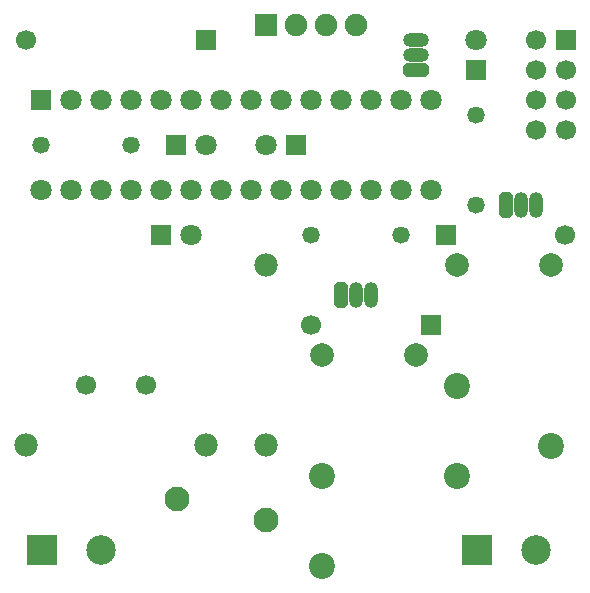
<source format=gbr>
G04 DipTrace 3.0.0.1*
G04 TopMask.gbr*
%MOIN*%
G04 #@! TF.FileFunction,Soldermask,Top*
G04 #@! TF.Part,Single*
%AMOUTLINE1*
4,1,8,
-0.023622,-0.031158,
-0.011473,-0.043307,
0.011473,-0.043307,
0.023622,-0.031158,
0.023622,0.031158,
0.011473,0.043307,
-0.011473,0.043307,
-0.023622,0.031158,
-0.023622,-0.031158,
0*%
%AMOUTLINE4*
4,1,8,
0.031158,-0.023622,
0.043307,-0.011473,
0.043307,0.011473,
0.031158,0.023622,
-0.031158,0.023622,
-0.043307,0.011473,
-0.043307,-0.011473,
-0.031158,-0.023622,
0.031158,-0.023622,
0*%
%ADD25C,0.07874*%
%ADD32C,0.074803*%
%ADD33R,0.066929X0.066929*%
%ADD34C,0.066929*%
%ADD49R,0.074803X0.074803*%
%ADD50C,0.082677*%
%ADD51O,0.086614X0.047244*%
%ADD53C,0.077874*%
%ADD55C,0.077874*%
%ADD57C,0.057874*%
%ADD59C,0.057874*%
%ADD61O,0.047244X0.086614*%
%ADD63C,0.086614*%
%ADD65R,0.098425X0.098425*%
%ADD67C,0.098425*%
%ADD70C,0.070866*%
%ADD72R,0.070866X0.070866*%
%ADD79OUTLINE1*%
%ADD82OUTLINE4*%
%FSLAX26Y26*%
G04*
G70*
G90*
G75*
G01*
G04 TopMask*
%LPD*%
D72*
X943701Y1593701D3*
D70*
X1043701D3*
X1093701Y1893701D3*
D72*
X993701D3*
X1993701Y2143701D3*
D70*
Y2243701D3*
X1293701Y1893701D3*
D72*
X1393701D3*
D33*
X1893701Y1593701D3*
D34*
X2291339D3*
D33*
X1843701Y1293701D3*
D34*
X1446063D3*
D33*
X1093701Y2243701D3*
D34*
X693701Y1093701D3*
X893701D3*
X493701Y2243701D3*
D67*
X743701Y543701D3*
D65*
X546850D3*
D67*
X2193701D3*
D65*
X1996850D3*
D25*
X1793701Y1193701D3*
X1481890D3*
D63*
Y790551D3*
Y490551D3*
D25*
X2243701Y1493701D3*
X1931890D3*
D63*
Y1090551D3*
Y790551D3*
X2243701Y890551D3*
D79*
X2093701Y1693701D3*
D61*
X2143701D3*
X2193701D3*
D79*
X1543701Y1393701D3*
D61*
X1593701D3*
X1643701D3*
D59*
X1743701Y1593701D3*
D57*
X1443701D3*
D59*
X1993701Y1693701D3*
D57*
Y1993701D3*
D59*
X543701Y1893701D3*
D57*
X843701D3*
D33*
X2293701Y2243701D3*
D34*
X2193701D3*
X2293701Y2143701D3*
X2193701D3*
X2293701Y2043701D3*
X2193701D3*
X2293701Y1943701D3*
X2193701D3*
D55*
X493701Y893701D3*
D53*
X1093701D3*
D55*
X1293701D3*
D53*
Y1493701D3*
D72*
X543701Y2043701D3*
D70*
X643701D3*
X743701D3*
X843701D3*
X943701D3*
X1043701D3*
X1143701D3*
X1243701D3*
X1343701D3*
X1443701D3*
X1543701D3*
X1643701D3*
X1743701D3*
X1843701D3*
Y1743701D3*
X1743701D3*
X1643701D3*
X1543701D3*
X1443701D3*
X1343701D3*
X1243701D3*
X1143701D3*
X1043701D3*
X943701D3*
X843701D3*
X743701D3*
X643701D3*
X543701D3*
D82*
X1793701Y2143701D3*
D51*
Y2193701D3*
Y2243701D3*
D50*
X1293701Y643701D3*
X998425Y714567D3*
D49*
X1293701Y2293701D3*
D32*
X1393701D3*
X1493701D3*
X1593701D3*
M02*

</source>
